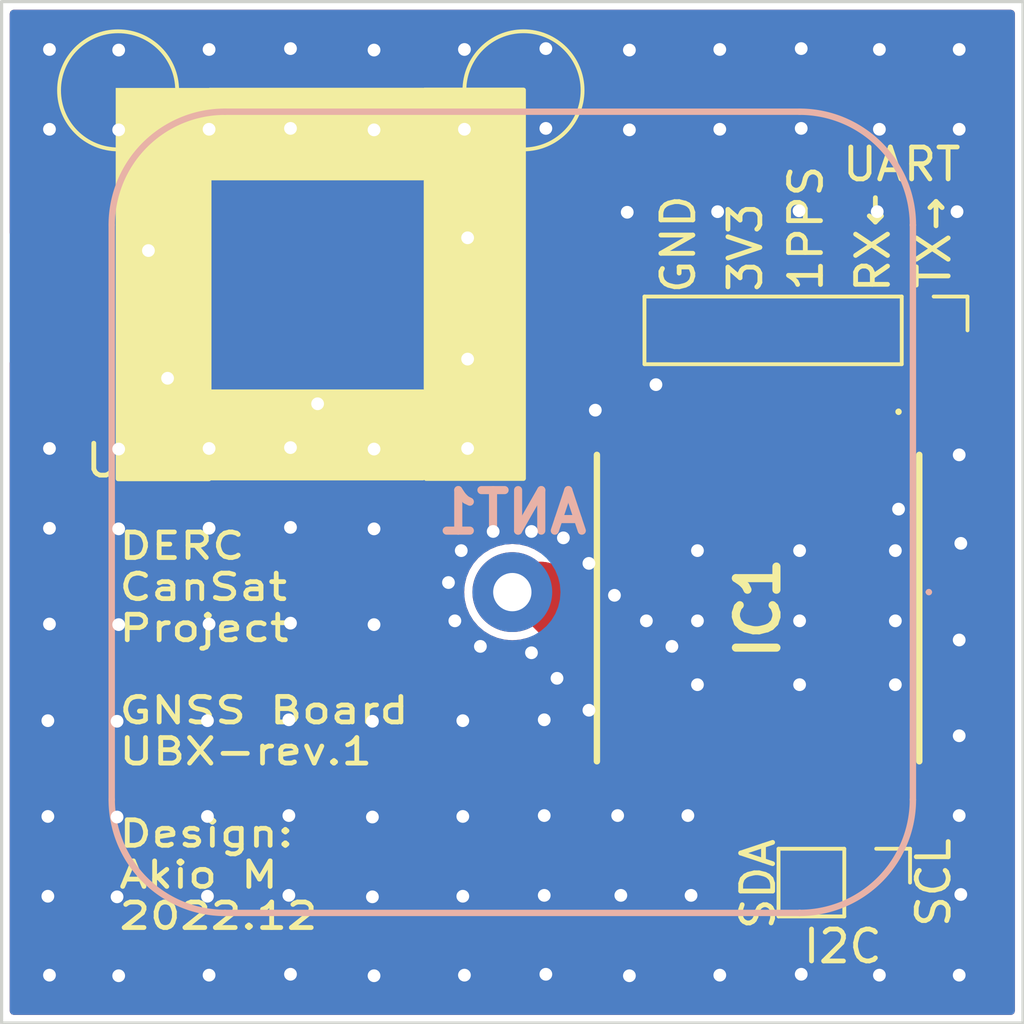
<source format=kicad_pcb>
(kicad_pcb (version 20211014) (generator pcbnew)
  (layers (0 "F.Cu" signal) (31 "B.Cu" signal) (34 "B.Paste" user) (35 "F.Paste" user) (36 "B.SilkS" user "B.Silkscreen") (37 "F.SilkS" user "F.Silkscreen") (38 "B.Mask" user) (39 "F.Mask" user) (44 "Edge.Cuts" user))
  (net 0 "")
  (net 1 "Net-(ANT1-Pad1)")
  (net 2 "GND")
  (net 3 "/GNSS_TX")
  (net 4 "/GNSS_RX")
  (net 6 "+3V0")
  (net 7 "+3V3")
  (net 12 "/SDA")
  (net 13 "/SCL")
  (net 15 "/GNSS_1PPS")
  (footprint "tanekonsat:PinHeader_1x02_P2.00mm_Vertical" (layer "F.Cu") (at 127.4 67.6 -90)
    (fp_text reference "J2" hide)
    (fp_text value "I2C")
    (fp_line (start -1.06 3.06) (end 1.06 3.06) (layer "F.SilkS") (width 0.12))
    (fp_line (start -1.06 -1.06) (end 0 -1.06) (layer "F.SilkS") (width 0.12))
    (fp_line (start 1.06 1) (end 1.06 3.06) (layer "F.SilkS") (width 0.12))
    (fp_line (start -1.06 1) (end -1.06 3.06) (layer "F.SilkS") (width 0.12))
    (fp_line (start -1.06 0) (end -1.06 -1.06) (layer "F.SilkS") (width 0.12))
    (fp_line (start -1.06 1) (end 1.06 1) (layer "F.SilkS") (width 0.12))
    (pad "1" smd rect (at 0 0 270) (size 2 1.35) (layers "F.Cu" "F.Paste" "F.Mask") (net 13 "/SCL"))
    (pad "2" smd oval (at 0 2 270) (size 2 1.35) (layers "F.Cu" "F.Paste" "F.Mask") (net 12 "/SDA"))
  )
  (footprint "tanekonsat:CR1025_Holder" (layer "F.Cu") (at 103.65 54.880338)
    (fp_text reference "U1" (at 0 -0.5 unlocked) (layer "F.SilkS"))
    (fp_text value "CR1025")
    (fp_rect (start 0 0) (end 12.7 -12.1) (layer "F.SilkS") (width 0.12) (fill none))
    (fp_circle (center 0 -12.1) (end 0 -10.25) (layer "F.SilkS") (width 0.12) (fill none))
    (fp_circle (center 12.7 -12.1) (end 12.75 -10.25) (layer "F.SilkS") (width 0.12) (fill none))
    (fp_circle (center 6.25 -6.05) (end 11.25 -6.05) (layer "F.SilkS") (width 0.12) (fill none))
    (pad "1" smd roundrect (at 6.25 -6) (size 5.5 5.5) (layers "F.Cu" "F.Paste" "F.Mask") (net 2 "GND"))
    (pad "2" smd roundrect (at 14.2 -5.6) (size 3 4.6) (layers "F.Cu" "F.Paste" "F.Mask") (net 6 "+3V0"))
    (pad "2" smd roundrect (at -1.5 -5.6) (size 3 4.6) (layers "F.Cu" "F.Paste" "F.Mask") (net 6 "+3V0"))
  )
  (footprint "tanekonsat:PinHeader_1x05_P2.00mm_Vertical" (layer "F.Cu") (at 129.2 50.3 -90)
    (fp_text reference "J1" hide)
    (fp_text value "Conn_01x05_Male")
    (fp_line (start -1.06 9.06) (end 1.06 9.06) (layer "F.SilkS") (width 0.12))
    (fp_line (start -1.06 1) (end 1.06 1) (layer "F.SilkS") (width 0.12))
    (fp_line (start 1.06 1) (end 1.06 9.06) (layer "F.SilkS") (width 0.12))
    (fp_line (start -1.06 -1.06) (end 0 -1.06) (layer "F.SilkS") (width 0.12))
    (fp_line (start -1.06 1) (end -1.06 9.06) (layer "F.SilkS") (width 0.12))
    (fp_line (start -1.06 0) (end -1.06 -1.06) (layer "F.SilkS") (width 0.12))
    (pad "1" smd rect (at 0 0 270) (size 2 1.35) (layers "F.Cu" "F.Paste" "F.Mask") (net 3 "/GNSS_TX"))
    (pad "2" smd oval (at 0 2 270) (size 2 1.35) (layers "F.Cu" "F.Paste" "F.Mask") (net 4 "/GNSS_RX"))
    (pad "3" smd oval (at 0 4 270) (size 2 1.35) (layers "F.Cu" "F.Paste" "F.Mask") (net 15 "/GNSS_1PPS"))
    (pad "4" smd oval (at 0 6 270) (size 2 1.35) (layers "F.Cu" "F.Paste" "F.Mask") (net 7 "+3V3"))
    (pad "5" smd oval (at 0 8 270) (size 2 1.35) (layers "F.Cu" "F.Paste" "F.Mask") (net 2 "GND"))
  )
  (footprint "SamacSys_Parts:MAXM10S00B" (layer "F.Cu") (at 123.7 59 90)
    (fp_text reference "IC1" (at 0 0 90) (layer "F.SilkS") (effects (font (size 1.27 1.27) (thickness 0.254))))
    (fp_text value "MAX-M10S-00B" hide)
    (fp_line (start 4.8 5.05) (end -4.8 5.05) (layer "F.SilkS") (width 0.2))
    (fp_line (start 6.1 4.4) (end 6.1 4.4) (layer "F.SilkS") (width 0.1))
    (fp_line (start 6.2 4.4) (end 6.2 4.4) (layer "F.SilkS") (width 0.1))
    (fp_line (start 4.8 -5.05) (end -4.8 -5.05) (layer "F.SilkS") (width 0.2))
    (fp_arc (start 6.1 4.4) (mid 6.15 4.35) (end 6.2 4.4) (layer "F.SilkS") (width 0.1))
    (fp_arc (start 6.2 4.4) (mid 6.15 4.45) (end 6.1 4.4) (layer "F.SilkS") (width 0.1))
    (pad "1" smd rect locked (at 4.75 4.4 180) (size 0.7 1.8) (layers "F.Cu" "F.Paste" "F.Mask") (net 2 "GND"))
    (pad "2" smd rect locked (at 4.75 3.3 180) (size 0.8 1.8) (layers "F.Cu" "F.Paste" "F.Mask") (net 3 "/GNSS_TX"))
    (pad "3" smd rect locked (at 4.75 2.2 180) (size 0.8 1.8) (layers "F.Cu" "F.Paste" "F.Mask") (net 4 "/GNSS_RX"))
    (pad "4" smd rect locked (at 4.75 1.1 180) (size 0.8 1.8) (layers "F.Cu" "F.Paste" "F.Mask") (net 15 "/GNSS_1PPS"))
    (pad "5" smd rect locked (at 4.75 0 180) (size 0.8 1.8) (layers "F.Cu" "F.Paste" "F.Mask"))
    (pad "6" smd rect locked (at 4.75 -1.1 180) (size 0.8 1.8) (layers "F.Cu" "F.Paste" "F.Mask") (net 6 "+3V0"))
    (pad "7" smd rect locked (at 4.75 -2.2 180) (size 0.8 1.8) (layers "F.Cu" "F.Paste" "F.Mask") (net 7 "+3V3"))
    (pad "8" smd rect locked (at 4.75 -3.3 180) (size 0.8 1.8) (layers "F.Cu" "F.Paste" "F.Mask") (net 7 "+3V3"))
    (pad "9" smd rect locked (at 4.75 -4.4 180) (size 0.7 1.8) (layers "F.Cu" "F.Paste" "F.Mask"))
    (pad "10" smd rect locked (at -4.75 -4.4 180) (size 0.7 1.8) (layers "F.Cu" "F.Paste" "F.Mask") (net 2 "GND"))
    (pad "11" smd rect locked (at -4.75 -3.3 180) (size 0.8 1.8) (layers "F.Cu" "F.Paste" "F.Mask") (net 1 "Net-(ANT1-Pad1)"))
    (pad "12" smd rect locked (at -4.75 -2.2 180) (size 0.8 1.8) (layers "F.Cu" "F.Paste" "F.Mask") (net 2 "GND"))
    (pad "13" smd rect locked (at -4.75 -1.1 180) (size 0.8 1.8) (layers "F.Cu" "F.Paste" "F.Mask"))
    (pad "14" smd rect locked (at -4.75 0 180) (size 0.8 1.8) (layers "F.Cu" "F.Paste" "F.Mask"))
    (pad "15" smd rect locked (at -4.75 1.1 180) (size 0.8 1.8) (layers "F.Cu" "F.Paste" "F.Mask"))
    (pad "16" smd rect locked (at -4.75 2.2 180) (size 0.8 1.8) (layers "F.Cu" "F.Paste" "F.Mask") (net 12 "/SDA"))
    (pad "17" smd rect locked (at -4.75 3.3 180) (size 0.8 1.8) (layers "F.Cu" "F.Paste" "F.Mask") (net 13 "/SCL"))
    (pad "18" smd rect locked (at -4.75 4.4 180) (size 0.7 1.8) (layers "F.Cu" "F.Paste" "F.Mask"))
  )
  (footprint "SamacSys_Parts:CGGBP254A02" (layer "B.Cu") (at 116 58.5 180)
    (fp_text reference "ANT1" (at 0 2.5) (layer "B.SilkS") (effects (font (size 1.27 1.27) (thickness 0.254)) (justify mirror)))
    (fp_text value "CGGBP.25.4.A.02" hide)
    (fp_line (start -12.55 11.5) (end -12.55 11.5) (layer "B.SilkS") (width 0.2))
    (fp_line (start -12.55 -6.5) (end -12.55 2.5) (layer "B.SilkS") (width 0.2))
    (fp_line (start 9 15.05) (end 9 15.05) (layer "B.SilkS") (width 0.2))
    (fp_line (start 12.55 -6.5) (end 12.55 -6.5) (layer "B.SilkS") (width 0.2))
    (fp_line (start -13 0) (end -13 0) (layer "B.SilkS") (width 0.1))
    (fp_line (start -13.1 0) (end -13.1 0) (layer "B.SilkS") (width 0.1))
    (fp_line (start -9 15.05) (end 9 15.05) (layer "B.SilkS") (width 0.2))
    (fp_line (start 12.55 11.5) (end 12.55 -6.5) (layer "B.SilkS") (width 0.2))
    (fp_line (start -9 -10.05) (end -9 -10.05) (layer "B.SilkS") (width 0.2))
    (fp_line (start 9 -10.05) (end -9 -10.05) (layer "B.SilkS") (width 0.2))
    (fp_line (start -12.55 2.5) (end -12.55 11.5) (layer "B.SilkS") (width 0.2))
    (fp_arc (start -13 0) (mid -13.05 0.05) (end -13.1 0) (layer "B.SilkS") (width 0.1))
    (fp_arc (start 9 -10.05) (mid 11.510229 -9.010229) (end 12.55 -6.5) (layer "B.SilkS") (width 0.2))
    (fp_arc (start -13.1 0) (mid -13.05 -0.05) (end -13 0) (layer "B.SilkS") (width 0.1))
    (fp_arc (start -12.55 -6.5) (mid -11.510229 -9.010229) (end -9 -10.05) (layer "B.SilkS") (width 0.2))
    (fp_arc (start -9 15.05) (mid -11.510229 14.010229) (end -12.55 11.5) (layer "B.SilkS") (width 0.2))
    (fp_arc (start 12.55 11.5) (mid 11.510229 14.010229) (end 9 15.05) (layer "B.SilkS") (width 0.2))
    (pad "1" thru_hole circle locked (at 0 0 180) (size 2.5 2.5) (drill 1.2) (layers *.Cu *.Mask) (net 1 "Net-(ANT1-Pad1)"))
  )
  (gr_rect (start 103.65 42.780338) (end 106.5 54.95) (layer "F.SilkS") (width 0.15) (fill solid))
  (gr_rect (start 113.3 42.770507) (end 116.35 54.940169) (layer "F.SilkS") (width 0.15) (fill solid))
  (gr_rect (start 106.580338 54.925) (end 113.2 52.225) (layer "F.SilkS") (width 0.15) (fill solid))
  (gr_rect (start 106.580338 45.525) (end 113.2 42.775) (layer "F.SilkS") (width 0.15) (fill solid))
  (gr_rect (start 100 40) (end 132 72) (layer "Edge.Cuts") (width 0.1) (fill none))
  (gr_text "1PPS" (at 125.2 47.1 90) (layer "F.SilkS") (effects (font (size 1 1))))
  (gr_text "DERC\nCanSat\nProject\n\nGNSS Board\nUBX-rev.1\n\nDesign:\nAkio M\n2022.12" (at 103.6 62.85) (layer "F.SilkS") (effects (font (size 0.8 1)) (justify left)))
  (gr_text "RX←" (at 127.3 47.5 90) (layer "F.SilkS") (effects (font (size 1 1))))
  (gr_text "I2C" (at 126.35 69.6) (layer "F.SilkS") (effects (font (size 1 1))))
  (gr_text "SDA" (at 123.7 67.65 90) (layer "F.SilkS") (effects (font (size 1 1))))
  (gr_text "GND" (at 121.2 47.6 90) (layer "F.SilkS") (effects (font (size 1 1))))
  (gr_text "TX→" (at 129.2 47.5 90) (layer "F.SilkS") (effects (font (size 1 1))))
  (gr_text "3V3" (at 123.3 47.7 90) (layer "F.SilkS") (effects (font (size 1 1))))
  (gr_text "SCL" (at 129.2 67.6 90) (layer "F.SilkS") (effects (font (size 1 1))))
  (gr_text "UART" (at 128.2 45.1) (layer "F.SilkS") (effects (font (size 1 1))))
  (segment (start 116 58.5) (end 116.9 58.5) (width 1.9) (layer "F.Cu") (net 1))
  (segment (start 116.9 58.5) (end 120.2 61.8) (width 1.9) (layer "F.Cu") (net 1))
  (segment (start 120.4 63.75) (end 120.4 62.5) (width 0.8) (layer "F.Cu") (net 1))
  (segment (start 119.3 65.5) (end 119.3 63.75) (width 0.8) (layer "F.Cu") (net 2))
  (segment (start 109.9 48.880338) (end 109.9 52.6) (width 0.8) (layer "F.Cu") (net 2))
  (segment (start 120.5 52) (end 121.2 51.3) (width 0.8) (layer "F.Cu") (net 2))
  (segment (start 121.5 65.5) (end 121.5 63.75) (width 0.8) (layer "F.Cu") (net 2))
  (segment (start 121.2 51.3) (end 121.2 50.3) (width 0.8) (layer "F.Cu") (net 2))
  (segment (start 128.1 54.25) (end 128.1 55.9) (width 0.8) (layer "F.Cu") (net 2))
  (via (at 101.5 70.5) (size 0.8) (drill 0.4) (layers "F.Cu" "B.Cu") (net 2))
  (via (at 101.449308 68.027694) (size 0.8) (drill 0.4) (layers "F.Cu" "B.Cu") (net 2))
  (via (at 130 41.5) (size 0.8) (drill 0.4) (layers "F.Cu" "B.Cu") (net 2))
  (via (at 127.5 70.5) (size 0.8) (drill 0.4) (layers "F.Cu" "B.Cu") (net 2))
  (via (at 106.449308 68.027694) (size 0.8) (drill 0.4) (layers "F.Cu" "B.Cu") (net 2))
  (via (at 125.050692 43.972306) (size 0.8) (drill 0.4) (layers "F.Cu" "B.Cu") (net 2))
  (via (at 122.5 70.5) (size 0.8) (drill 0.4) (layers "F.Cu" "B.Cu") (net 2))
  (via (at 124.98267 46.553797) (size 0.8) (drill 0.4) (layers "F.Cu" "B.Cu") (net 2))
  (via (at 120.5 52) (size 0.8) (drill 0.4) (layers "F.Cu" "B.Cu") (net 2))
  (via (at 115.4 56.6) (size 0.8) (drill 0.4) (layers "F.Cu" "B.Cu") (net 2))
  (via (at 119.2 58.6) (size 0.8) (drill 0.4) (layers "F.Cu" "B.Cu") (net 2))
  (via (at 120.2 59.4) (size 0.8) (drill 0.4) (layers "F.Cu" "B.Cu") (net 2))
  (via (at 121.8 59.4) (size 0.8) (drill 0.4) (layers "F.Cu" "B.Cu") (net 2))
  (via (at 117.6 56.8) (size 0.8) (drill 0.4) (layers "F.Cu" "B.Cu") (net 2))
  (via (at 118.6 52.8) (size 0.8) (drill 0.4) (layers "F.Cu" "B.Cu") (net 2))
  (via (at 111.61733 62.546203) (size 0.8) (drill 0.4) (layers "F.Cu" "B.Cu") (net 2))
  (via (at 128.1 55.9) (size 0.8) (drill 0.4) (layers "F.Cu" "B.Cu") (net 2))
  (via (at 117.4 61.2) (size 0.8) (drill 0.4) (layers "F.Cu" "B.Cu") (net 2))
  (via (at 109.050692 41.472306) (size 0.8) (drill 0.4) (layers "F.Cu" "B.Cu") (net 2))
  (via (at 121.8 61.4) (size 0.8) (drill 0.4) (layers "F.Cu" "B.Cu") (net 2))
  (via (at 114.6 51.2) (size 0.8) (drill 0.4) (layers "F.Cu" "B.Cu") (net 2))
  (via (at 111.61733 68.046203) (size 0.8) (drill 0.4) (layers "F.Cu" "B.Cu") (net 2))
  (via (at 111.668022 56.518509) (size 0.8) (drill 0.4) (layers "F.Cu" "B.Cu") (net 2))
  (via (at 109 65.5) (size 0.8) (drill 0.4) (layers "F.Cu" "B.Cu") (net 2))
  (via (at 117.050692 43.972306) (size 0.8) (drill 0.4) (layers "F.Cu" "B.Cu") (net 2))
  (via (at 130 60) (size 0.8) (drill 0.4) (layers "F.Cu" "B.Cu") (net 2))
  (via (at 119.6 46.6) (size 0.8) (drill 0.4) (layers "F.Cu" "B.Cu") (net 2))
  (via (at 103.61733 65.546203) (size 0.8) (drill 0.4) (layers "F.Cu" "B.Cu") (net 2))
  (via (at 125 59.4) (size 0.8) (drill 0.4) (layers "F.Cu" "B.Cu") (net 2))
  (via (at 125 57.2) (size 0.8) (drill 0.4) (layers "F.Cu" "B.Cu") (net 2))
  (via (at 114.4 57.2) (size 0.8) (drill 0.4) (layers "F.Cu" "B.Cu") (net 2))
  (via (at 103.668022 41.518509) (size 0.8) (drill 0.4) (layers "F.Cu" "B.Cu") (net 2))
  (via (at 130 70.5) (size 0.8) (drill 0.4) (layers "F.Cu" "B.Cu") (net 2))
  (via (at 111.668022 41.518509) (size 0.8) (drill 0.4) (layers "F.Cu" "B.Cu") (net 2))
  (via (at 117 68) (size 0.8) (drill 0.4) (layers "F.Cu" "B.Cu") (net 2))
  (via (at 104.6 47.8) (size 0.8) (drill 0.4) (layers "F.Cu" "B.Cu") (net 2))
  (via (at 118.4 62.2) (size 0.8) (drill 0.4) (layers "F.Cu" "B.Cu") (net 2))
  (via (at 119.668022 70.518509) (size 0.8) (drill 0.4) (layers "F.Cu" "B.Cu") (net 2))
  (via (at 101.449308 62.527694) (size 0.8) (drill 0.4) (layers "F.Cu" "B.Cu") (net 2))
  (via (at 116.6 60.4) (size 0.8) (drill 0.4) (layers "F.Cu" "B.Cu") (net 2))
  (via (at 109.050692 70.472306) (size 0.8) (drill 0.4) (layers "F.Cu" "B.Cu") (net 2))
  (via (at 117 65.5) (size 0.8) (drill 0.4) (layers "F.Cu" "B.Cu") (net 2))
  (via (at 103.668022 59.518509) (size 0.8) (drill 0.4) (layers "F.Cu" "B.Cu") (net 2))
  (via (at 114.6 47.4) (size 0.8) (drill 0.4) (layers "F.Cu" "B.Cu") (net 2))
  (via (at 121.8 57.2) (size 0.8) (drill 0.4) (layers "F.Cu" "B.Cu") (net 2))
  (via (at 106.449308 65.527694) (size 0.8) (drill 0.4) (layers "F.Cu" "B.Cu") (net 2))
  (via (at 103.61733 68.046203) (size 0.8) (drill 0.4) (layers "F.Cu" "B.Cu") (net 2))
  (via (at 111.61733 65.546203) (size 0.8) (drill 0.4) (layers "F.Cu" "B.Cu") (net 2))
  (via (at 130 44) (size 0.8) (drill 0.4) (layers "F.Cu" "B.Cu") (net 2))
  (via (at 117.050692 41.472306) (size 0.8) (drill 0.4) (layers "F.Cu" "B.Cu") (net 2))
  (via (at 129.931978 46.581491) (size 0.8) (drill 0.4) (layers "F.Cu" "B.Cu") (net 2))
  (via (at 115 60.2) (size 0.8) (drill 0.4) (layers "F.Cu" "B.Cu") (net 2))
  (via (at 111.668022 44.018509) (size 0.8) (drill 0.4) (layers "F.Cu" "B.Cu") (net 2))
  (via (at 106.5 56.5) (size 0.8) (drill 0.4) (layers "F.Cu" "B.Cu") (net 2))
  (via (at 106.5 41.5) (size 0.8) (drill 0.4) (layers "F.Cu" "B.Cu") (net 2))
  (via (at 125.050692 70.472306) (size 0.8) (drill 0.4) (layers "F.Cu" "B.Cu") (net 2))
  (via (at 125 61.4) (size 0.8) (drill 0.4) (layers "F.Cu" "B.Cu") (net 2))
  (via (at 119.4 68) (size 0.8) (drill 0.4) (layers "F.Cu" "B.Cu") (net 2))
  (via (at 127.5 44) (size 0.8) (drill 0.4) (layers "F.Cu" "B.Cu") (net 2))
  (via (at 101.5 59.5) (size 0.8) (drill 0.4) (layers "F.Cu" "B.Cu") (net 2))
  (via (at 114.6 54) (size 0.8) (drill 0.4) (layers "F.Cu" "B.Cu") (net 2))
  (via (at 103.668022 56.518509) (size 0.8) (drill 0.4) (layers "F.Cu" "B.Cu") (net 2))
  (via (at 106.5 59.5) (size 0.8) (drill 0.4) (layers "F.Cu" "B.Cu") (net 2))
  (via (at 119.668022 41.518509) (size 0.8) (drill 0.4) (layers "F.Cu" "B.Cu") (net 2))
  (via (at 130 54.2) (size 0.8) (drill 0.4) (layers "F.Cu" "B.Cu") (net 2))
  (via (at 103.61733 62.546203) (size 0.8) (drill 0.4) (layers "F.Cu" "B.Cu") (net 2))
  (via (at 103.668022 44.018509) (size 0.8) (drill 0.4) (layers "F.Cu" "B.Cu") (net 2))
  (via (at 109 62.5) (size 0.8) (drill 0.4) (layers "F.Cu" "B.Cu") (net 2))
  (via (at 103.668022 70.518509) (size 0.8) (drill 0.4) (layers "F.Cu" "B.Cu") (net 2))
  (via (at 119.3 65.5) (size 0.8) (drill 0.4) (layers "F.Cu" "B.Cu") (net 2))
  (via (at 127.431978 46.581491) (size 0.8) (drill 0.4) (layers "F.Cu" "B.Cu") (net 2))
  (via (at 101.449308 65.527694) (size 0.8) (drill 0.4) (layers "F.Cu" "B.Cu") (net 2))
  (via (at 128 59.4) (size 0.8) (drill 0.4) (layers "F.Cu" "B.Cu") (net 2))
  (via (at 114.5 41.5) (size 0.8) (drill 0.4) (layers "F.Cu" "B.Cu") (net 2))
  (via (at 109.9 52.6) (size 0.8) (drill 0.4) (layers "F.Cu" "B.Cu") (net 2))
  (via (at 114.449308 68.027694) (size 0.8) (drill 0.4) (layers "F.Cu" "B.Cu") (net 2))
  (via (at 103.668022 54.018509) (size 0.8) (drill 0.4) (layers "F.Cu" "B.Cu") (net 2))
  (via (at 125.050692 41.472306) (size 0.8) (drill 0.4) (layers "F.Cu" "B.Cu") (net 2))
  (via (at 122.5 41.5) (size 0.8) (drill 0.4) (layers "F.Cu" "B.Cu") (net 2))
  (via (at 118.4 57.6) (size 0.8) (drill 0.4) (layers "F.Cu" "B.Cu") (net 2))
  (via (at 130.050692 56.972306) (size 0.8) (drill 0.4) (layers "F.Cu" "B.Cu") (net 2))
  (via (at 114.449308 62.527694) (size 0.8) (drill 0.4) (layers "F.Cu" "B.Cu") (net 2))
  (via (at 106.5 70.5) (size 0.8) (drill 0.4) (layers "F.Cu" "B.Cu") (net 2))
  (via (at 130.050692 67.972306) (size 0.8) (drill 0.4) (layers "F.Cu" "B.Cu") (net 2))
  (via (at 109.050692 59.472306) (size 0.8) (drill 0.4) (layers "F.Cu" "B.Cu") (net 2))
  (via (at 106.5 44) (size 0.8) (drill 0.4) (layers "F.Cu" "B.Cu") (net 2))
  (via (at 111.668022 59.518509) (size 0.8) (drill 0.4) (layers "F.Cu" "B.Cu") (net 2))
  (via (at 121.5 65.5) (size 0.8) (drill 0.4) (layers "F.Cu" "B.Cu") (net 2))
  (via (at 117.050692 70.472306) (size 0.8) (drill 0.4) (layers "F.Cu" "B.Cu") (net 2))
  (via (at 101.5 41.5) (size 0.8) (drill 0.4) (layers "F.Cu" "B.Cu") (net 2))
  (via (at 121 60.2) (size 0.8) (drill 0.4) (layers "F.Cu" "B.Cu") (net 2))
  (via (at 109.050692 43.972306) (size 0.8) (drill 0.4) (layers "F.Cu" "B.Cu") (net 2))
  (via (at 122.5 44) (size 0.8) (drill 0.4) (layers "F.Cu" "B.Cu") (net 2))
  (via (at 128 57.2) (size 0.8) (drill 0.4) (layers "F.Cu" "B.Cu") (net 2))
  (via (at 116.6 56.6) (size 0.8) (drill 0.4) (layers "F.Cu" "B.Cu") (net 2))
  (via (at 106.449308 62.527694) (size 0.8) (drill 0.4) (layers "F.Cu" "B.Cu") (net 2))
  (via (at 114.2 59.4) (size 0.8) (drill 0.4) (layers "F.Cu" "B.Cu") (net 2))
  (via (at 119.668022 44.018509) (size 0.8) (drill 0.4) (layers "F.Cu" "B.Cu") (net 2))
  (via (at 105.2 51.8) (size 0.8) (drill 0.4) (layers "F.Cu" "B.Cu") (net 2))
  (via (at 130 63) (size 0.8) (drill 0.4) (layers "F.Cu" "B.Cu") (net 2))
  (via (at 111.668022 70.518509) (size 0.8) (drill 0.4) (layers "F.Cu" "B.Cu") (net 2))
  (via (at 109.050692 56.472306) (size 0.8) (drill 0.4) (layers "F.Cu" "B.Cu") (net 2))
  (via (at 109.050692 53.972306) (size 0.8) (drill 0.4) (layers "F.Cu" "B.Cu") (net 2))
  (via (at 128 61.4) (size 0.8) (drill 0.4) (layers "F.Cu" "B.Cu") (net 2))
  (via (at 114.449308 65.527694) (size 0.8) (drill 0.4) (layers "F.Cu" "B.Cu") (net 2))
  (via (at 114 58.2) (size 0.8) (drill 0.4) (layers "F.Cu" "B.Cu") (net 2))
  (via (at 114.5 70.5) (size 0.8) (drill 0.4) (layers "F.Cu" "B.Cu") (net 2))
  (via (at 130 65.5) (size 0.8) (drill 0.4) (layers "F.Cu" "B.Cu") (net 2))
  (via (at 106.5 54) (size 0.8) (drill 0.4) (layers "F.Cu" "B.Cu") (net 2))
  (via (at 111.668022 54.018509) (size 0.8) (drill 0.4) (layers "F.Cu" "B.Cu") (net 2))
  (via (at 101.5 54) (size 0.8) (drill 0.4) (layers "F.Cu" "B.Cu") (net 2))
  (via (at 114.5 44) (size 0.8) (drill 0.4) (layers "F.Cu" "B.Cu") (net 2))
  (via (at 121.6 68) (size 0.8) (drill 0.4) (layers "F.Cu" "B.Cu") (net 2))
  (via (at 117 62.5) (size 0.8) (drill 0.4) (layers "F.Cu" "B.Cu") (net 2))
  (via (at 127.5 41.5) (size 0.8) (drill 0.4) (layers "F.Cu" "B.Cu") (net 2))
  (via (at 101.5 44) (size 0.8) (drill 0.4) (layers "F.Cu" "B.Cu") (net 2))
  (via (at 109 68) (size 0.8) (drill 0.4) (layers "F.Cu" "B.Cu") (net 2))
  (via (at 122.431978 46.581491) (size 0.8) (drill 0.4) (layers "F.Cu" "B.Cu") (net 2))
  (via (at 101.5 56.5) (size 0.8) (drill 0.4) (layers "F.Cu" "B.Cu") (net 2))
  (segment (start 127 52.5) (end 129.2 50.3) (width 0.35) (layer "F.Cu") (net 3))
  (segment (start 127 54.25) (end 127 52.5) (width 0.35) (layer "F.Cu") (net 3))
  (segment (start 125.9 51.6) (end 127.2 50.3) (width 0.35) (layer "F.Cu") (net 4))
  (segment (start 125.9 54.25) (end 125.9 51.6) (width 0.35) (layer "F.Cu") (net 4))
  (segment (start 122.6 54.25) (end 122.6 55.6) (width 0.35) (layer "F.Cu") (net 6))
  (segment (start 122.6 55.6) (end 122.1 56.1) (width 0.35) (layer "F.Cu") (net 6))
  (segment (start 117.85 55.25) (end 117.85 49.280338) (width 0.35) (layer "F.Cu") (net 6))
  (segment (start 122.1 56.1) (end 118.7 56.1) (width 0.35) (layer "F.Cu") (net 6))
  (segment (start 118.7 56.1) (end 117.85 55.25) (width 0.35) (layer "F.Cu") (net 6))
  (segment (start 123.2 50.9) (end 123.2 50.3) (width 0.5) (layer "F.Cu") (net 7))
  (segment (start 121.5 52.6) (end 123.2 50.9) (width 0.5) (layer "F.Cu") (net 7))
  (segment (start 121.5 54.25) (end 121.5 52.6) (width 0.5) (layer "F.Cu") (net 7))
  (segment (start 121.5 54.25) (end 120.4 54.25) (width 0.5) (layer "F.Cu") (net 7))
  (segment (start 125.9 67.1) (end 125.4 67.6) (width 0.35) (layer "F.Cu") (net 12))
  (segment (start 125.9 63.75) (end 125.9 67.1) (width 0.35) (layer "F.Cu") (net 12))
  (segment (start 127 63.75) (end 127 67.2) (width 0.35) (layer "F.Cu") (net 13))
  (segment (start 127 67.2) (end 127.4 67.6) (width 0.35) (layer "F.Cu") (net 13))
  (segment (start 124.8 54.25) (end 124.8 50.7) (width 0.35) (layer "F.Cu") (net 15))
  (segment (start 124.8 50.7) (end 125.2 50.3) (width 0.35) (layer "F.Cu") (net 15))
  (zone (net 2) (net_name "GND") (layers F&B.Cu) (connect_pads (clearance 0.254)) (min_thickness 0.254) (fill yes (thermal_gap 0.508) (thermal_bridge_width 0.508))
    (polygon (pts (xy 132 72) (xy 100 72) (xy 100 40) (xy 132 40)))
  )
  (zone (net 0) (net_name "") (layer "F.Cu") (connect_pads (clearance 0)) (min_thickness 0.254)
    (keepout (tracks allowed) (vias allowed) (pads allowed) (copperpour not_allowed) (footprints allowed))
    (fill (thermal_gap 0.508) (thermal_bridge_width 0.508))
    (polygon (pts (xy 118.7 55.4) (xy 118.2 55.2) (xy 118.2 53.2) (xy 118.7 53.2)))
  )
)
</source>
